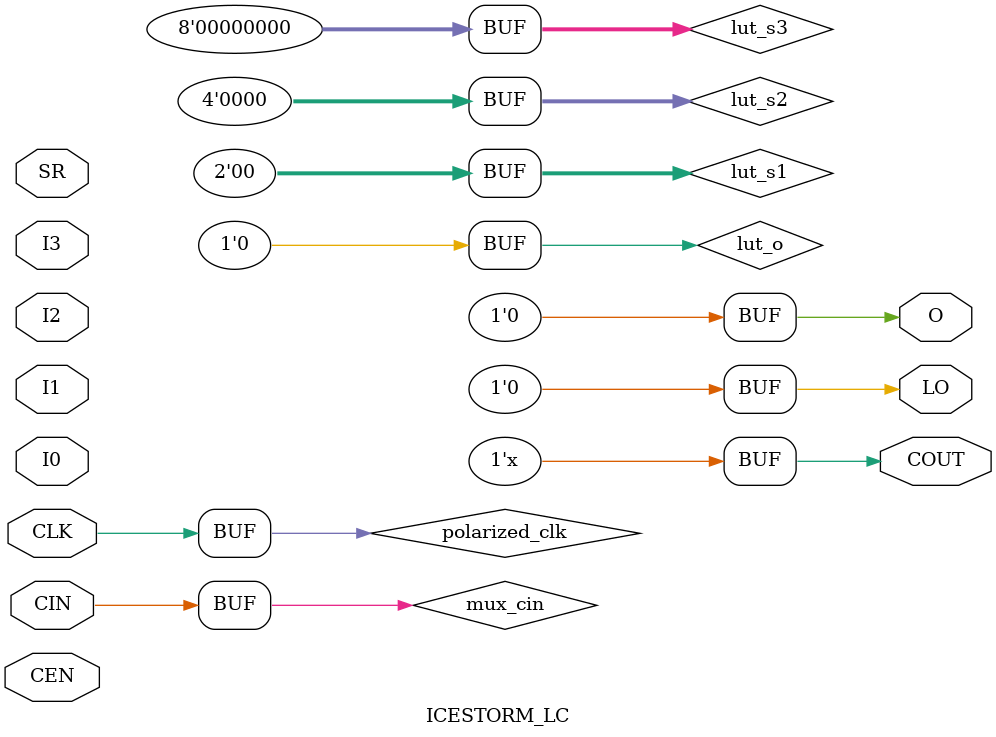
<source format=v>
/*
  LogicCell40 #(
    .C_ON(1'b0),
    .LUT_INIT(16'b0000000000000110),
    .SEQ_MODE(4'b1000)
  ) lc40_11_10_5 (
    .carryin(gnd),
    .carryout(),
    .ce(),
    .clk(net_23811),
    .in0(net_23794),
    .in1(net_23795),
    .in2(gnd),
    .in3(gnd),
    .lcout(net_21703),
    .ltout(),
    .sr(gnd)
  );
*/


module ICESTORM_LC (
	input I0, I1, I2, I3, CIN, CLK, CEN, SR,
	output LO, O, COUT
);
	parameter [15:0] LUT_INIT = 0;

	parameter [0:0] NEG_CLK      = 0;
	parameter [0:0] CARRY_ENABLE = 0;
	parameter [0:0] DFF_ENABLE   = 0;
	parameter [0:0] SET_NORESET  = 0;
	parameter [0:0] ASYNC_SR     = 0;

	parameter [0:0] CIN_CONST    = 0;
	parameter [0:0] CIN_SET      = 0;

	wire mux_cin = CIN_CONST ? CIN_SET : CIN;

	assign COUT = CARRY_ENABLE ? (I1 && I2) || ((I1 || I2) && mux_cin) : 1'bx;

	wire [7:0] lut_s3 = I3 ? LUT_INIT[15:8] : LUT_INIT[7:0];
	wire [3:0] lut_s2 = I2 ?   lut_s3[ 7:4] :   lut_s3[3:0];
	wire [1:0] lut_s1 = I1 ?   lut_s2[ 3:2] :   lut_s2[1:0];
	wire       lut_o  = I0 ?   lut_s1[   1] :   lut_s1[  0];

	assign LO = lut_o;

	wire polarized_clk;
	assign polarized_clk = CLK ^ NEG_CLK;

	reg o_reg;
	always @(posedge polarized_clk)
		if (CEN)
			o_reg <= SR ? SET_NORESET : lut_o;

	reg o_reg_async;
	always @(posedge polarized_clk, posedge SR)
		if (SR)
			o_reg <= SET_NORESET;
		else if (CEN)
			o_reg <= lut_o;

	assign O = DFF_ENABLE ? ASYNC_SR ? o_reg_async : o_reg : lut_o;
endmodule

</source>
